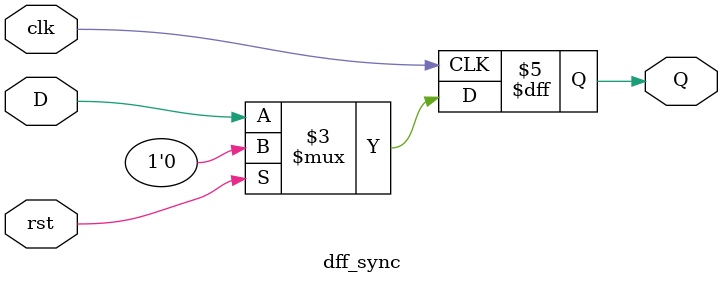
<source format=v>
`timescale 1ns / 1ps


module dff_sync (
    input  wire clk,
    input  wire rst,    
    input  wire D,
    output reg  Q
);
    always @(posedge clk) begin
        if (rst)  Q <= 1'b0;   
        else      Q <= D;
    end
endmodule
</source>
